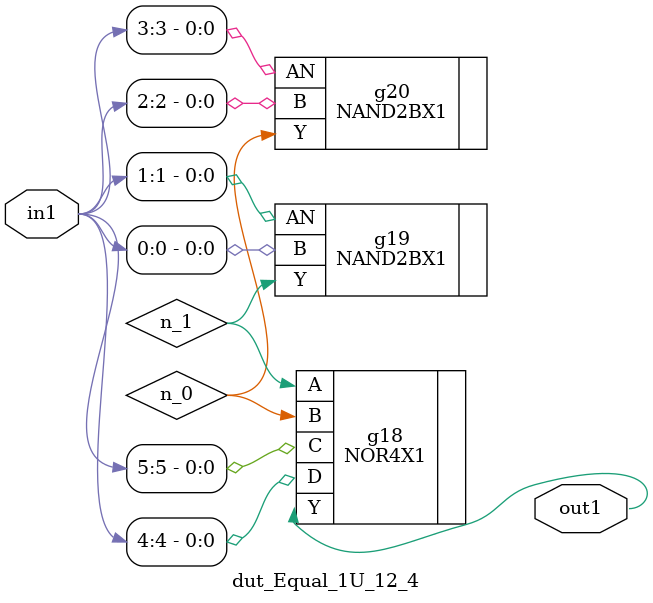
<source format=v>
`timescale 1ps / 1ps


module dut_Equal_1U_12_4(in1, out1);
  input [5:0] in1;
  output out1;
  wire [5:0] in1;
  wire out1;
  wire n_0, n_1;
  NOR4X1 g18(.A (n_1), .B (n_0), .C (in1[5]), .D (in1[4]), .Y (out1));
  NAND2BX1 g19(.AN (in1[1]), .B (in1[0]), .Y (n_1));
  NAND2BX1 g20(.AN (in1[3]), .B (in1[2]), .Y (n_0));
endmodule



</source>
